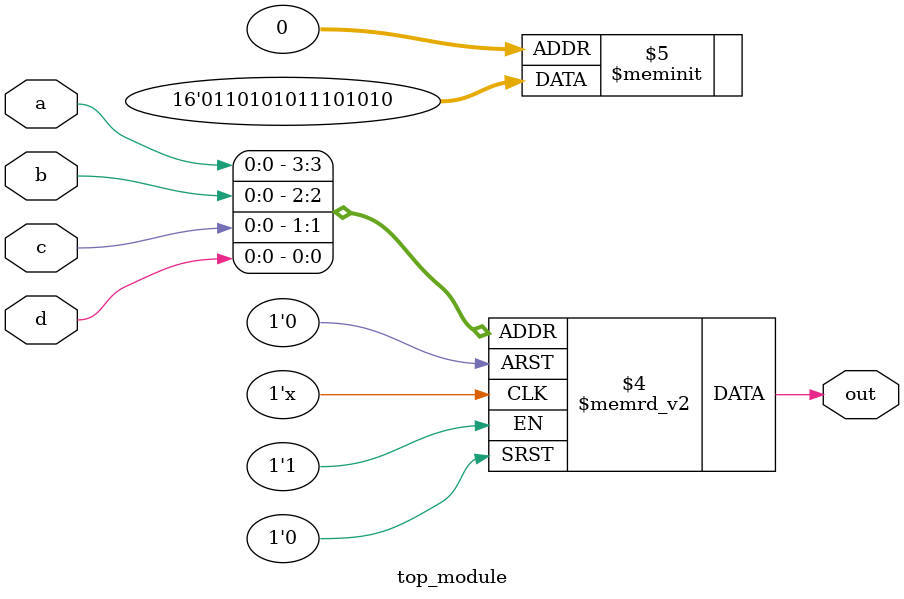
<source format=sv>
module top_module (
  input a, 
  input b,
  input c,
  input d,
  output reg out
);

  always @(*) begin
    case({a,b,c,d})
      4'b0000: out = 1'b0;
      4'b0001: out = 1'b1;
      4'b0010: out = 1'b0;
      4'b0011: out = 1'b1;
      4'b0100: out = 1'b0;
      4'b0101: out = 1'b1;
      4'b0110: out = 1'b1; // corrected output value for 4'b0110
      4'b0111: out = 1'b1;
      4'b1000: out = 1'b0;
      4'b1001: out = 1'b1;
      4'b1010: out = 1'b0;
      4'b1011: out = 1'b1;
      4'b1100: out = 1'b0;
      4'b1101: out = 1'b1;
      4'b1110: out = 1'b1;
      4'b1111: out = 1'b0;
      default: out = 1'b0;
    endcase
  end

endmodule

</source>
